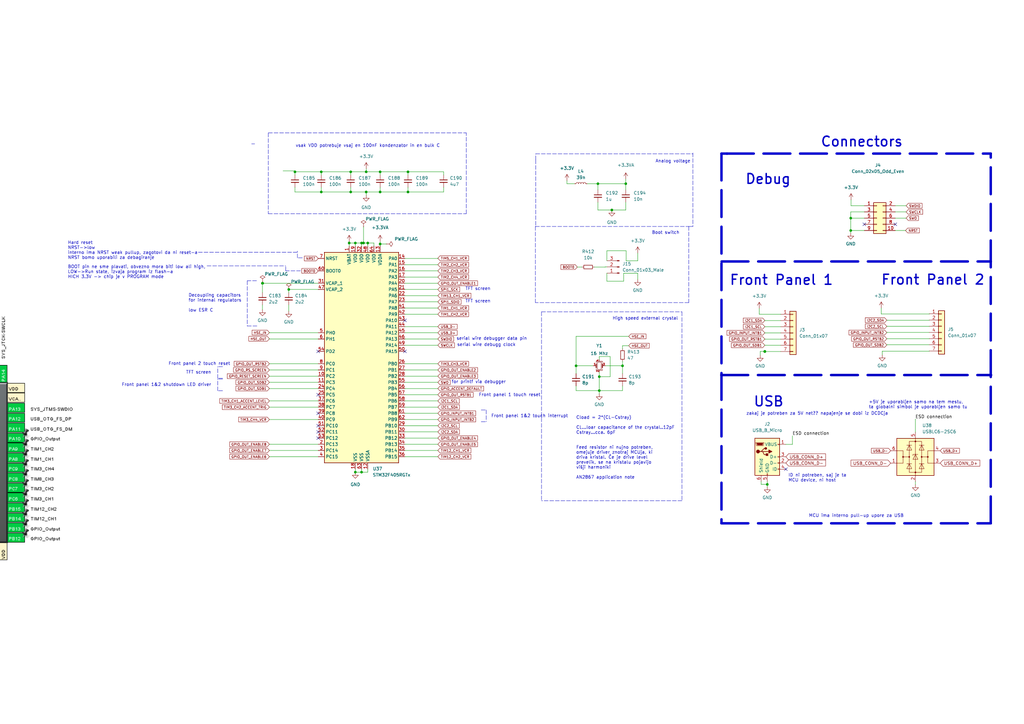
<source format=kicad_sch>
(kicad_sch (version 20211123) (generator eeschema)
  (paper "A3")
  (lib_symbols
    (symbol "Connector:Conn_01x03_Male" (pin_names (offset 1.016) hide)
      (property "Reference" "J" (at 0 5.08 0))
      (property "Value" "Conn_01x03_Male" (at 0 -5.08 0))
      (symbol "Conn_01x03_Male_1_1"
        (pin passive line (at 5.08 2.54 180) (length 3.81) (name "Pin_1") (number "1"))
        (pin passive line (at 5.08 0 180) (length 3.81) (name "Pin_2") (number "2"))
        (pin passive line (at 5.08 -2.54 180) (length 3.81) (name "Pin_3") (number "3"))
      )
    )
    (symbol "Connector:USB_B_Micro" (pin_names (offset 1.016))
      (property "Reference" "J" (at -5.08 11.43 0))
      (property "Value" "USB_B_Micro" (at -5.08 8.89 0))
      (symbol "USB_B_Micro_1_1"
        (pin power_out line (at 7.62 5.08 180) (length 2.54) (name "VBUS") (number "1"))
        (pin bidirectional line (at 7.62 -2.54 180) (length 2.54) (name "D-") (number "2"))
        (pin bidirectional line (at 7.62 0 180) (length 2.54) (name "D+") (number "3"))
        (pin passive line (at 7.62 -5.08 180) (length 2.54) (name "ID") (number "4"))
        (pin power_out line (at 0 -10.16 90) (length 2.54) (name "GND") (number "5"))
        (pin passive line (at -2.54 -10.16 90) (length 2.54) (name "Shield") (number "6"))
      )
    )
    (symbol "Connector_Generic:Conn_01x07" (pin_names (offset 1.016) hide)
      (property "Reference" "J" (at 0 10.16 0))
      (property "Value" "Conn_01x07" (at 0 -10.16 0))
      (symbol "Conn_01x07_1_1"
        (pin passive line (at -5.08 7.62 0) (length 3.81) (name "Pin_1") (number "1"))
        (pin passive line (at -5.08 5.08 0) (length 3.81) (name "Pin_2") (number "2"))
        (pin passive line (at -5.08 2.54 0) (length 3.81) (name "Pin_3") (number "3"))
        (pin passive line (at -5.08 0 0) (length 3.81) (name "Pin_4") (number "4"))
        (pin passive line (at -5.08 -2.54 0) (length 3.81) (name "Pin_5") (number "5"))
        (pin passive line (at -5.08 -5.08 0) (length 3.81) (name "Pin_6") (number "6"))
        (pin passive line (at -5.08 -7.62 0) (length 3.81) (name "Pin_7") (number "7"))
      )
    )
    (symbol "Connector_Generic:Conn_02x05_Odd_Even" (pin_names (offset 1.016) hide)
      (property "Reference" "J" (at 1.27 7.62 0))
      (property "Value" "Conn_02x05_Odd_Even" (at 1.27 -7.62 0))
      (symbol "Conn_02x05_Odd_Even_1_1"
        (pin passive line (at -5.08 5.08 0) (length 3.81) (name "Pin_1") (number "1"))
        (pin passive line (at 7.62 -5.08 180) (length 3.81) (name "Pin_10") (number "10"))
        (pin passive line (at 7.62 5.08 180) (length 3.81) (name "Pin_2") (number "2"))
        (pin passive line (at -5.08 2.54 0) (length 3.81) (name "Pin_3") (number "3"))
        (pin passive line (at 7.62 2.54 180) (length 3.81) (name "Pin_4") (number "4"))
        (pin passive line (at -5.08 0 0) (length 3.81) (name "Pin_5") (number "5"))
        (pin passive line (at 7.62 0 180) (length 3.81) (name "Pin_6") (number "6"))
        (pin passive line (at -5.08 -2.54 0) (length 3.81) (name "Pin_7") (number "7"))
        (pin passive line (at 7.62 -2.54 180) (length 3.81) (name "Pin_8") (number "8"))
        (pin passive line (at -5.08 -5.08 0) (length 3.81) (name "Pin_9") (number "9"))
      )
    )
    (symbol "Device:C_Small" (pin_numbers hide) (pin_names (offset 0.254) hide)
      (property "Reference" "C" (at 0.254 1.778 0))
      (property "Value" "C_Small" (at 0.254 -2.032 0))
      (symbol "C_Small_1_1"
        (pin passive line (at 0 2.54 270) (length 2.032) (name "~") (number "1"))
        (pin passive line (at 0 -2.54 90) (length 2.032) (name "~") (number "2"))
      )
    )
    (symbol "Device:Crystal_GND24_Small" (pin_names (offset 1.016) hide)
      (property "Reference" "Y" (at 1.27 4.445 0))
      (property "Value" "Crystal_GND24_Small" (at 1.27 2.54 0))
      (symbol "Crystal_GND24_Small_1_1"
        (pin passive line (at -2.54 0 0) (length 1.27) (name "1") (number "1"))
        (pin passive line (at 0 -2.54 90) (length 0.635) (name "2") (number "2"))
        (pin passive line (at 2.54 0 180) (length 1.27) (name "3") (number "3"))
        (pin passive line (at 0 2.54 270) (length 0.635) (name "4") (number "4"))
      )
    )
    (symbol "Device:L_Small" (pin_numbers hide) (pin_names (offset 0.254) hide)
      (property "Reference" "L" (at 0.762 1.016 0))
      (property "Value" "L_Small" (at 0.762 -1.016 0))
      (symbol "L_Small_1_1"
        (pin passive line (at 0 2.54 270) (length 0.508) (name "~") (number "1"))
        (pin passive line (at 0 -2.54 90) (length 0.508) (name "~") (number "2"))
      )
    )
    (symbol "Device:R_Small" (pin_numbers hide) (pin_names (offset 0.254) hide)
      (property "Reference" "R" (at 0.762 0.508 0))
      (property "Value" "R_Small" (at 0.762 -1.016 0))
      (symbol "R_Small_1_1"
        (pin passive line (at 0 2.54 270) (length 0.762) (name "~") (number "1"))
        (pin passive line (at 0 -2.54 90) (length 0.762) (name "~") (number "2"))
      )
    )
    (symbol "MCU_ST_STM32F4:STM32F405RGTx"
      (property "Reference" "U" (at -15.24 44.45 0))
      (property "Value" "STM32F405RGTx" (at 10.16 44.45 0))
      (symbol "STM32F405RGTx_1_1"
        (pin power_in line (at -5.08 45.72 270) (length 2.54) (name "VBAT") (number "1"))
        (pin bidirectional line (at -17.78 -7.62 0) (length 2.54) (name "PC2") (number "10"))
        (pin bidirectional line (at -17.78 -10.16 0) (length 2.54) (name "PC3") (number "11"))
        (pin power_in line (at 2.54 -45.72 90) (length 2.54) (name "VSSA") (number "12"))
        (pin power_in line (at 7.62 45.72 270) (length 2.54) (name "VDDA") (number "13"))
        (pin bidirectional line (at 17.78 40.64 180) (length 2.54) (name "PA0") (number "14"))
        (pin bidirectional line (at 17.78 38.1 180) (length 2.54) (name "PA1") (number "15"))
        (pin bidirectional line (at 17.78 35.56 180) (length 2.54) (name "PA2") (number "16"))
        (pin bidirectional line (at 17.78 33.02 180) (length 2.54) (name "PA3") (number "17"))
        (pin power_in line (at -2.54 -45.72 90) (length 2.54) (name "VSS") (number "18"))
        (pin power_in line (at -2.54 45.72 270) (length 2.54) (name "VDD") (number "19"))
        (pin bidirectional line (at -17.78 -35.56 0) (length 2.54) (name "PC13") (number "2"))
        (pin bidirectional line (at 17.78 30.48 180) (length 2.54) (name "PA4") (number "20"))
        (pin bidirectional line (at 17.78 27.94 180) (length 2.54) (name "PA5") (number "21"))
        (pin bidirectional line (at 17.78 25.4 180) (length 2.54) (name "PA6") (number "22"))
        (pin bidirectional line (at 17.78 22.86 180) (length 2.54) (name "PA7") (number "23"))
        (pin bidirectional line (at -17.78 -12.7 0) (length 2.54) (name "PC4") (number "24"))
        (pin bidirectional line (at -17.78 -15.24 0) (length 2.54) (name "PC5") (number "25"))
        (pin bidirectional line (at 17.78 -2.54 180) (length 2.54) (name "PB0") (number "26"))
        (pin bidirectional line (at 17.78 -5.08 180) (length 2.54) (name "PB1") (number "27"))
        (pin bidirectional line (at 17.78 -7.62 180) (length 2.54) (name "PB2") (number "28"))
        (pin bidirectional line (at 17.78 -27.94 180) (length 2.54) (name "PB10") (number "29"))
        (pin bidirectional line (at -17.78 -38.1 0) (length 2.54) (name "PC14") (number "3"))
        (pin bidirectional line (at 17.78 -30.48 180) (length 2.54) (name "PB11") (number "30"))
        (pin power_in line (at -17.78 30.48 0) (length 2.54) (name "VCAP_1") (number "31"))
        (pin power_in line (at 0 45.72 270) (length 2.54) (name "VDD") (number "32"))
        (pin bidirectional line (at 17.78 -33.02 180) (length 2.54) (name "PB12") (number "33"))
        (pin bidirectional line (at 17.78 -35.56 180) (length 2.54) (name "PB13") (number "34"))
        (pin bidirectional line (at 17.78 -38.1 180) (length 2.54) (name "PB14") (number "35"))
        (pin bidirectional line (at 17.78 -40.64 180) (length 2.54) (name "PB15") (number "36"))
        (pin bidirectional line (at -17.78 -17.78 0) (length 2.54) (name "PC6") (number "37"))
        (pin bidirectional line (at -17.78 -20.32 0) (length 2.54) (name "PC7") (number "38"))
        (pin bidirectional line (at -17.78 -22.86 0) (length 2.54) (name "PC8") (number "39"))
        (pin bidirectional line (at -17.78 -40.64 0) (length 2.54) (name "PC15") (number "4"))
        (pin bidirectional line (at -17.78 -25.4 0) (length 2.54) (name "PC9") (number "40"))
        (pin bidirectional line (at 17.78 20.32 180) (length 2.54) (name "PA8") (number "41"))
        (pin bidirectional line (at 17.78 17.78 180) (length 2.54) (name "PA9") (number "42"))
        (pin bidirectional line (at 17.78 15.24 180) (length 2.54) (name "PA10") (number "43"))
        (pin bidirectional line (at 17.78 12.7 180) (length 2.54) (name "PA11") (number "44"))
        (pin bidirectional line (at 17.78 10.16 180) (length 2.54) (name "PA12") (number "45"))
        (pin bidirectional line (at 17.78 7.62 180) (length 2.54) (name "PA13") (number "46"))
        (pin power_in line (at -17.78 27.94 0) (length 2.54) (name "VCAP_2") (number "47"))
        (pin power_in line (at 2.54 45.72 270) (length 2.54) (name "VDD") (number "48"))
        (pin bidirectional line (at 17.78 5.08 180) (length 2.54) (name "PA14") (number "49"))
        (pin input line (at -17.78 10.16 0) (length 2.54) (name "PH0") (number "5"))
        (pin bidirectional line (at 17.78 2.54 180) (length 2.54) (name "PA15") (number "50"))
        (pin bidirectional line (at -17.78 -27.94 0) (length 2.54) (name "PC10") (number "51"))
        (pin bidirectional line (at -17.78 -30.48 0) (length 2.54) (name "PC11") (number "52"))
        (pin bidirectional line (at -17.78 -33.02 0) (length 2.54) (name "PC12") (number "53"))
        (pin bidirectional line (at -17.78 2.54 0) (length 2.54) (name "PD2") (number "54"))
        (pin bidirectional line (at 17.78 -10.16 180) (length 2.54) (name "PB3") (number "55"))
        (pin bidirectional line (at 17.78 -12.7 180) (length 2.54) (name "PB4") (number "56"))
        (pin bidirectional line (at 17.78 -15.24 180) (length 2.54) (name "PB5") (number "57"))
        (pin bidirectional line (at 17.78 -17.78 180) (length 2.54) (name "PB6") (number "58"))
        (pin bidirectional line (at 17.78 -20.32 180) (length 2.54) (name "PB7") (number "59"))
        (pin input line (at -17.78 7.62 0) (length 2.54) (name "PH1") (number "6"))
        (pin input line (at -17.78 35.56 0) (length 2.54) (name "BOOT0") (number "60"))
        (pin bidirectional line (at 17.78 -22.86 180) (length 2.54) (name "PB8") (number "61"))
        (pin bidirectional line (at 17.78 -25.4 180) (length 2.54) (name "PB9") (number "62"))
        (pin power_in line (at 0 -45.72 90) (length 2.54) (name "VSS") (number "63"))
        (pin power_in line (at 5.08 45.72 270) (length 2.54) (name "VDD") (number "64"))
        (pin input line (at -17.78 40.64 0) (length 2.54) (name "NRST") (number "7"))
        (pin bidirectional line (at -17.78 -2.54 0) (length 2.54) (name "PC0") (number "8"))
        (pin bidirectional line (at -17.78 -5.08 0) (length 2.54) (name "PC1") (number "9"))
      )
    )
    (symbol "Power_Protection:USBLC6-2SC6" (pin_names hide)
      (property "Reference" "U" (at 2.54 8.89 0))
      (property "Value" "USBLC6-2SC6" (at 2.54 -8.89 0))
      (symbol "USBLC6-2SC6_1_1"
        (pin passive line (at -10.16 -2.54 0) (length 2.54) (name "I/O1") (number "1"))
        (pin passive line (at 0 -10.16 90) (length 2.54) (name "GND") (number "2"))
        (pin passive line (at 10.16 -2.54 180) (length 2.54) (name "I/O2") (number "3"))
        (pin passive line (at 10.16 2.54 180) (length 2.54) (name "I/O2") (number "4"))
        (pin passive line (at 0 10.16 270) (length 2.54) (name "VBUS") (number "5"))
        (pin passive line (at -10.16 2.54 0) (length 2.54) (name "I/O1") (number "6"))
      )
    )
    (symbol "power:+3.3V" (power) (pin_names (offset 0))
      (property "Value" "+3.3V" (at 0 3.556 0))
      (symbol "+3.3V_1_1"
        (pin power_in line (at 0 0 90) (length 0) hide (name "+3.3V") (number "1"))
      )
    )
    (symbol "power:+3.3VA" (power) (pin_names (offset 0))
      (property "Value" "+3.3VA" (at 0 3.556 0))
      (symbol "+3.3VA_1_1"
        (pin power_in line (at 0 0 90) (length 0) hide (name "+3.3VA") (number "1"))
      )
    )
    (symbol "power:GND" (power) (pin_names (offset 0))
      (property "Value" "GND" (at 0 -3.81 0))
      (symbol "GND_1_1"
        (pin power_in line (at 0 0 270) (length 0) hide (name "GND") (number "1"))
      )
    )
    (symbol "power:PWR_FLAG" (power) (pin_numbers hide) (pin_names (offset 0) hide)
      (property "Value" "PWR_FLAG" (at 0 3.81 0))
      (symbol "PWR_FLAG_0_0"
        (pin power_out line (at 0 0 90) (length 0) (name "pwr") (number "1"))
      )
    )
  )
  (junction (at 314.706 198.6743))
  (junction (at 150.8252 99.6696))
  (junction (at 245.7958 154.4828))
  (junction (at 236.2708 150.0378))
  (junction (at 131.7752 70.485))
  (junction (at 118.4402 118.7196))
  (junction (at 143.8402 78.74))
  (junction (at 155.9052 70.485))
  (junction (at 107.6452 116.1796))
  (junction (at 148.2852 193.6496))
  (junction (at 145.7452 193.6496))
  (junction (at 167.3352 78.74))
  (junction (at 148.2852 99.6696))
  (junction (at 150.1902 78.74))
  (junction (at 143.8402 70.485))
  (junction (at 131.7752 78.74))
  (junction (at 255.3208 150.0378))
  (junction (at 143.2052 99.6696))
  (junction (at 149.098 99.6696))
  (junction (at 155.9052 100.076))
  (junction (at 155.9052 78.74))
  (junction (at 313.69 144.1704))
  (junction (at 348.9198 89.4588))
  (junction (at 313.69 144.145))
  (junction (at 120.9802 70.485))
  (junction (at 256.667 75.3364))
  (junction (at 245.237 75.3364))
  (junction (at 348.9198 94.5388))
  (junction (at 167.3352 70.485))
  (junction (at 150.1902 70.485))
  (junction (at 145.7452 99.6696))
  (junction (at 107.696 116.1796))
  (junction (at 245.7958 160.1978))
  (junction (at 250.952 86.1314))
  (no_connect (at 130.5052 169.5196))
  (no_connect (at 130.5052 161.8996))
  (no_connect (at 367.2078 91.9988))
  (no_connect (at 166.0652 131.4196))
  (no_connect (at 322.326 192.4304))
  (no_connect (at 130.5052 174.5996))
  (no_connect (at 130.5052 144.1196))
  (no_connect (at 130.5052 177.1396))
  (no_connect (at 354.5078 91.9988))
  (no_connect (at 166.0652 144.1196))
  (no_connect (at 130.5052 179.6796))
  (polyline (pts (xy 110.0836 54.5084) (xy 191.262 54.5084)))
  (wire (pts (xy 255.3208 148.1328) (xy 255.3208 150.0378)))
  (wire (pts (xy 149.098 92.964) (xy 149.098 99.6696)))
  (wire (pts (xy 236.7788 109.5248) (xy 238.6838 109.5248)))
  (wire (pts (xy 107.696 115.57) (xy 107.696 116.1796)))
  (wire (pts (xy 167.3352 76.835) (xy 167.3352 78.74)))
  (wire (pts (xy 245.237 77.8764) (xy 245.237 75.3364)))
  (polyline (pts (xy 406.3492 214.63) (xy 406.3492 62.992)) (stroke (width 1) (type dash)))
  (wire (pts (xy 110.49 156.8196) (xy 130.5052 156.8196)))
  (wire (pts (xy 166.0652 154.2796) (xy 179.578 154.2796)))
  (wire (pts (xy 313.69 131.4704) (xy 313.69 131.445)))
  (wire (pts (xy 110.49 136.4996) (xy 130.5052 136.4996)))
  (wire (pts (xy 313.69 141.6304) (xy 320.167 141.6304)))
  (wire (pts (xy 313.69 134.0104) (xy 313.69 133.985)))
  (wire (pts (xy 107.6452 125.0696) (xy 107.6452 126.9746)))
  (wire (pts (xy 166.0652 169.5196) (xy 179.578 169.5196)))
  (wire (pts (xy 240.792 75.3364) (xy 245.237 75.3364)))
  (wire (pts (xy 166.0652 151.7396) (xy 179.578 151.7396)))
  (polyline (pts (xy 197.358 168.148) (xy 199.39 168.148)))
  (wire (pts (xy 166.0652 118.7196) (xy 179.578 118.7196)))
  (polyline (pts (xy 219.7608 92.8878) (xy 219.71 92.8878)))
  (polyline (pts (xy 89.281 155.194) (xy 89.281 150.368)))
  (polyline (pts (xy 222.0976 127.9144) (xy 222.0976 205.4098)))
  (wire (pts (xy 166.0652 126.3396) (xy 179.578 126.3396)))
  (wire (pts (xy 363.728 136.3472) (xy 363.728 136.398)))
  (wire (pts (xy 256.794 106.9848) (xy 256.794 102.87)))
  (wire (pts (xy 158.496 100.076) (xy 155.9052 100.076)))
  (wire (pts (xy 166.0652 182.2196) (xy 179.578 182.2196)))
  (wire (pts (xy 166.0652 179.6796) (xy 179.578 179.6796)))
  (wire (pts (xy 375.4628 171.958) (xy 375.4628 177.2412)))
  (polyline (pts (xy 298.1452 62.992) (xy 406.3492 62.992)) (stroke (width 1) (type dash)))
  (wire (pts (xy 110.49 149.1996) (xy 130.5052 149.1996)))
  (wire (pts (xy 313.69 131.4704) (xy 320.167 131.4704)))
  (wire (pts (xy 166.0652 166.9796) (xy 179.578 166.9796)))
  (wire (pts (xy 367.2078 84.3788) (xy 371.6528 84.3788)))
  (polyline (pts (xy 219.7608 65.5574) (xy 219.7608 92.8878)))
  (polyline (pts (xy 103.2002 59.0296) (xy 104.4702 59.0296)))
  (wire (pts (xy 131.7752 78.74) (xy 120.9802 78.74)))
  (wire (pts (xy 110.49 166.9796) (xy 130.5052 166.9796)))
  (wire (pts (xy 120.9802 76.835) (xy 120.9802 78.74)))
  (wire (pts (xy 143.2052 99.0346) (xy 143.2052 99.6696)))
  (polyline (pts (xy 91.313 155.194) (xy 89.281 155.194)))
  (wire (pts (xy 150.8252 192.3796) (xy 150.8252 193.6496)))
  (wire (pts (xy 312.166 197.5104) (xy 312.166 198.6743)))
  (polyline (pts (xy 110.0582 87.6554) (xy 191.262 87.6554)))
  (wire (pts (xy 248.92 109.474) (xy 248.2088 109.474)))
  (wire (pts (xy 148.2852 193.6496) (xy 145.7452 193.6496)))
  (wire (pts (xy 107.6452 116.1796) (xy 107.6452 119.9896)))
  (wire (pts (xy 255.3208 141.7828) (xy 257.8608 141.7828)))
  (wire (pts (xy 232.537 74.0664) (xy 232.537 75.3364)))
  (wire (pts (xy 256.667 77.8764) (xy 256.667 75.3364)))
  (wire (pts (xy 361.442 126.365) (xy 361.442 128.778)))
  (wire (pts (xy 148.2852 99.6696) (xy 148.2852 100.9396)))
  (wire (pts (xy 245.7958 152.5778) (xy 245.7958 154.4828)))
  (wire (pts (xy 367.2078 86.9188) (xy 371.6528 86.9188)))
  (wire (pts (xy 148.2852 193.6496) (xy 150.8252 193.6496)))
  (polyline (pts (xy 219.71 63.119) (xy 284.2006 63.119)))
  (wire (pts (xy 248.2088 109.474) (xy 248.2088 109.5248)))
  (wire (pts (xy 150.1902 69.215) (xy 150.1902 70.485)))
  (wire (pts (xy 166.0652 187.2996) (xy 179.578 187.2996)))
  (wire (pts (xy 363.728 141.4272) (xy 381.1016 141.4272)))
  (wire (pts (xy 320.167 128.905) (xy 320.167 128.9304)))
  (polyline (pts (xy 282.5242 124.1044) (xy 219.6084 124.1044)))
  (wire (pts (xy 155.9052 99.0346) (xy 155.9052 100.076)))
  (polyline (pts (xy 101.4222 115.1636) (xy 101.4222 133.7056)))
  (wire (pts (xy 322.326 182.2704) (xy 325.0184 182.2704)))
  (polyline (pts (xy 89.281 160.274) (xy 89.281 155.448)))
  (wire (pts (xy 110.49 139.0396) (xy 110.49 138.938)))
  (polyline (pts (xy 406.5016 153.7208) (xy 406.5016 153.6192)))
  (wire (pts (xy 166.0652 184.7596) (xy 179.578 184.7596)))
  (wire (pts (xy 313.69 134.0104) (xy 320.167 134.0104)))
  (wire (pts (xy 150.1902 78.74) (xy 150.1902 80.01)))
  (wire (pts (xy 110.49 154.2796) (xy 130.5052 154.2796)))
  (polyline (pts (xy 284.2006 92.8878) (xy 282.5242 92.8878)))
  (wire (pts (xy 110.49 172.0596) (xy 130.5052 172.0596)))
  (wire (pts (xy 313.69 139.0904) (xy 313.69 139.065)))
  (wire (pts (xy 314.706 198.6743) (xy 314.706 199.644)))
  (wire (pts (xy 363.728 138.938) (xy 381.1016 138.938)))
  (polyline (pts (xy 279.7048 127.9144) (xy 279.7048 205.4098)))
  (wire (pts (xy 313.69 136.5504) (xy 320.167 136.5504)))
  (wire (pts (xy 256.667 86.1314) (xy 256.667 82.9564)))
  (polyline (pts (xy 121.9962 105.7656) (xy 121.9962 102.9716)))
  (wire (pts (xy 148.2852 192.3796) (xy 148.2852 193.6496)))
  (wire (pts (xy 256.667 75.3364) (xy 245.237 75.3364)))
  (wire (pts (xy 250.952 86.1314) (xy 256.667 86.1314)))
  (polyline (pts (xy 282.5242 92.8878) (xy 282.5242 124.1044)))
  (wire (pts (xy 179.578 106.0196) (xy 179.578 105.918)))
  (wire (pts (xy 166.0652 113.6396) (xy 179.578 113.6396)))
  (wire (pts (xy 256.794 106.9848) (xy 261.5438 106.9848)))
  (wire (pts (xy 348.9198 94.5388) (xy 348.9198 95.5548)))
  (polyline (pts (xy 279.7048 205.4098) (xy 222.0976 205.4098)))
  (wire (pts (xy 248.92 102.87) (xy 248.92 106.934)))
  (wire (pts (xy 363.728 133.858) (xy 381.1016 133.858)))
  (polyline (pts (xy 298.196 62.992) (xy 295.91 62.992)) (stroke (width 1) (type dash)))
  (wire (pts (xy 236.2708 150.0378) (xy 236.2708 153.2128)))
  (wire (pts (xy 348.9198 89.4588) (xy 354.5078 89.4588)))
  (wire (pts (xy 166.0652 128.8796) (xy 179.578 128.8796)))
  (wire (pts (xy 150.8252 99.6696) (xy 150.8252 100.9396)))
  (wire (pts (xy 148.2852 99.6696) (xy 149.098 99.6696)))
  (wire (pts (xy 150.1902 70.485) (xy 155.9052 70.485)))
  (wire (pts (xy 150.8252 99.6696) (xy 153.3652 99.6696)))
  (polyline (pts (xy 406.4 107.2388) (xy 406.4 107.1372)))
  (polyline (pts (xy 406.5016 153.6192) (xy 406.2476 153.6192)))
  (polyline (pts (xy 91.313 150.368) (xy 89.281 150.368)))
  (wire (pts (xy 107.6452 116.1796) (xy 107.696 116.1796)))
  (wire (pts (xy 166.0652 141.5796) (xy 179.578 141.5796)))
  (wire (pts (xy 149.098 99.6696) (xy 150.8252 99.6696)))
  (wire (pts (xy 313.69 144.1704) (xy 313.69 144.145)))
  (wire (pts (xy 143.8402 78.74) (xy 131.7752 78.74)))
  (polyline (pts (xy 124.0282 105.7656) (xy 121.9962 105.7656)))
  (wire (pts (xy 155.9052 70.485) (xy 155.9052 71.755)))
  (wire (pts (xy 256.667 73.4314) (xy 256.667 75.3364)))
  (wire (pts (xy 181.9402 70.485) (xy 181.9402 71.755)))
  (wire (pts (xy 110.49 182.2196) (xy 130.5052 182.2196)))
  (wire (pts (xy 248.92 115.316) (xy 248.92 112.014)))
  (wire (pts (xy 166.0652 172.0596) (xy 179.578 172.0596)))
  (polyline (pts (xy 105.2322 115.1636) (xy 101.4222 115.1636)))
  (wire (pts (xy 367.2078 94.5388) (xy 371.3988 94.5388)))
  (wire (pts (xy 167.3352 70.485) (xy 181.9402 70.485)))
  (polyline (pts (xy 101.4222 133.7056) (xy 105.7402 133.7056)))
  (wire (pts (xy 110.49 187.2996) (xy 130.5052 187.2996)))
  (wire (pts (xy 131.7752 70.485) (xy 131.7752 71.755)))
  (wire (pts (xy 166.0652 139.0396) (xy 179.578 139.0396)))
  (wire (pts (xy 261.5438 112.0648) (xy 261.5438 114.6048)))
  (wire (pts (xy 363.728 141.4272) (xy 363.728 141.478)))
  (wire (pts (xy 130.5052 118.7196) (xy 118.4402 118.7196)))
  (wire (pts (xy 166.0652 159.3596) (xy 179.578 159.3596)))
  (wire (pts (xy 243.2558 150.0378) (xy 236.2708 150.0378)))
  (wire (pts (xy 367.2078 89.4588) (xy 371.6528 89.4588)))
  (wire (pts (xy 167.3352 70.485) (xy 167.3352 71.755)))
  (wire (pts (xy 145.7452 192.3796) (xy 145.7452 193.6496)))
  (wire (pts (xy 145.7452 99.6696) (xy 148.2852 99.6696)))
  (wire (pts (xy 375.4628 197.5612) (xy 375.4628 198.7296)))
  (wire (pts (xy 349.0468 81.9658) (xy 349.0468 84.3788)))
  (wire (pts (xy 375.4628 171.958) (xy 375.412 171.958)))
  (polyline (pts (xy 219.71 65.5574) (xy 219.71 63.119)))
  (wire (pts (xy 361.442 128.778) (xy 381.1016 128.778)))
  (wire (pts (xy 363.728 136.3472) (xy 381.1016 136.3472)))
  (polyline (pts (xy 117.1702 111.0996) (xy 117.1702 109.0676)))
  (wire (pts (xy 143.8402 76.835) (xy 143.8402 78.74)))
  (wire (pts (xy 311.785 145.669) (xy 311.785 144.145)))
  (wire (pts (xy 313.69 136.5504) (xy 313.69 136.525)))
  (wire (pts (xy 248.3358 150.0378) (xy 255.3208 150.0378)))
  (polyline (pts (xy 84.9122 109.0676) (xy 117.1702 109.0676)))
  (wire (pts (xy 166.0652 116.1796) (xy 179.578 116.1796)))
  (wire (pts (xy 110.49 184.7596) (xy 130.5052 184.7596)))
  (wire (pts (xy 255.778 112.0648) (xy 261.5438 112.0648)))
  (wire (pts (xy 118.4402 125.0696) (xy 118.4402 127.6096)))
  (wire (pts (xy 166.0652 106.0196) (xy 179.578 106.0196)))
  (wire (pts (xy 348.9198 86.9188) (xy 348.9198 89.4588)))
  (wire (pts (xy 255.3208 143.0528) (xy 255.3208 141.7828)))
  (wire (pts (xy 349.0468 84.3788) (xy 354.5078 84.3788)))
  (wire (pts (xy 255.778 115.316) (xy 248.92 115.316)))
  (wire (pts (xy 120.9802 70.104) (xy 120.9802 70.485)))
  (wire (pts (xy 311.404 126.492) (xy 311.404 128.905)))
  (wire (pts (xy 245.237 82.9564) (xy 245.237 86.1314)))
  (wire (pts (xy 118.4402 118.7196) (xy 118.4402 119.9896)))
  (wire (pts (xy 166.0652 108.5596) (xy 179.578 108.5596)))
  (wire (pts (xy 166.0652 177.1396) (xy 179.578 177.1396)))
  (wire (pts (xy 166.0652 149.1996) (xy 179.578 149.1996)))
  (wire (pts (xy 155.9052 78.74) (xy 150.1902 78.74)))
  (wire (pts (xy 245.7958 154.4828) (xy 245.7958 160.1978)))
  (wire (pts (xy 236.2708 160.1978) (xy 245.7958 160.1978)))
  (polyline (pts (xy 406.5016 153.8224) (xy 406.5016 153.7208)))
  (polyline (pts (xy 222.0976 127.9144) (xy 279.7048 127.9144)))
  (wire (pts (xy 155.9052 70.485) (xy 167.3352 70.485)))
  (polyline (pts (xy 91.313 155.448) (xy 89.281 155.448)))
  (wire (pts (xy 181.9402 78.74) (xy 167.3352 78.74)))
  (polyline (pts (xy 295.8592 153.8224) (xy 406.5016 153.8224)) (stroke (width 1)))
  (wire (pts (xy 361.823 145.542) (xy 361.823 144.018)))
  (wire (pts (xy 381.1016 144.018) (xy 381.1016 143.9672)))
  (polyline (pts (xy 110.0582 54.5338) (xy 110.0582 87.6554)))
  (wire (pts (xy 381.1016 128.778) (xy 381.1016 128.7272)))
  (wire (pts (xy 348.9198 94.5388) (xy 354.5078 94.5388)))
  (wire (pts (xy 381.1016 131.318) (xy 381.1016 131.2672)))
  (wire (pts (xy 256.794 102.87) (xy 248.92 102.87)))
  (wire (pts (xy 167.3352 78.74) (xy 155.9052 78.74)))
  (polyline (pts (xy 295.91 214.63) (xy 406.3492 214.63)) (stroke (width 1) (type dash)))
  (wire (pts (xy 110.49 136.4996) (xy 110.49 136.398)))
  (wire (pts (xy 348.9198 94.5388) (xy 348.9198 89.4588)))
  (polyline (pts (xy 295.91 62.992) (xy 295.91 214.63)) (stroke (width 1) (type dash)))
  (wire (pts (xy 325.0184 182.2704) (xy 325.0184 178.7652)))
  (wire (pts (xy 245.237 86.1314) (xy 250.952 86.1314)))
  (wire (pts (xy 354.5078 86.9188) (xy 348.9198 86.9188)))
  (polyline (pts (xy 81.3562 103.4796) (xy 121.9962 103.4796)))
  (wire (pts (xy 120.9802 70.485) (xy 120.9802 71.755)))
  (wire (pts (xy 143.2052 99.6696) (xy 143.2052 100.9396)))
  (wire (pts (xy 245.7958 146.2278) (xy 250.2408 146.2278)))
  (wire (pts (xy 131.7752 76.835) (xy 131.7752 78.74)))
  (polyline (pts (xy 284.2006 62.7126) (xy 284.2006 92.8878)))
  (wire (pts (xy 236.2708 150.0378) (xy 236.2708 137.9728)))
  (wire (pts (xy 243.7638 109.5248) (xy 248.2088 109.5248)))
  (wire (pts (xy 245.7958 160.1978) (xy 245.7958 161.4678)))
  (wire (pts (xy 311.404 128.905) (xy 320.167 128.905)))
  (wire (pts (xy 145.7452 99.6696) (xy 145.7452 100.9396)))
  (polyline (pts (xy 295.9608 107.2388) (xy 406.4 107.2388)) (stroke (width 1)))
  (wire (pts (xy 261.5438 103.8098) (xy 261.5438 106.9848)))
  (wire (pts (xy 363.728 131.318) (xy 381.1016 131.318)))
  (wire (pts (xy 107.696 116.1796) (xy 130.5052 116.1796)))
  (wire (pts (xy 250.2408 146.2278) (xy 250.2408 154.4828)))
  (wire (pts (xy 181.9402 76.835) (xy 181.9402 78.74)))
  (wire (pts (xy 166.0652 164.4396) (xy 179.578 164.4396)))
  (wire (pts (xy 166.0652 133.9596) (xy 179.578 133.9596)))
  (wire (pts (xy 381.1016 138.938) (xy 381.1016 138.8872)))
  (wire (pts (xy 155.9052 100.076) (xy 155.9052 100.9396)))
  (wire (pts (xy 166.0652 136.4996) (xy 179.578 136.4996)))
  (wire (pts (xy 250.2408 154.4828) (xy 245.7958 154.4828)))
  (wire (pts (xy 150.1902 78.74) (xy 143.8402 78.74)))
  (wire (pts (xy 166.0652 174.5996) (xy 179.578 174.5996)))
  (wire (pts (xy 313.69 139.0904) (xy 320.167 139.0904)))
  (wire (pts (xy 313.69 144.1704) (xy 320.167 144.1704)))
  (wire (pts (xy 143.8402 70.485) (xy 131.7752 70.485)))
  (polyline (pts (xy 219.6084 92.8624) (xy 219.6084 124.1044)))
  (wire (pts (xy 166.0652 111.0996) (xy 179.578 111.0996)))
  (wire (pts (xy 361.823 144.018) (xy 381.1016 144.018)))
  (wire (pts (xy 314.706 197.5104) (xy 314.706 198.6743)))
  (wire (pts (xy 110.49 151.7396) (xy 130.5052 151.7396)))
  (wire (pts (xy 153.3652 99.6696) (xy 153.3652 100.9396)))
  (wire (pts (xy 255.3208 153.2128) (xy 255.3208 150.0378)))
  (wire (pts (xy 313.69 141.6304) (xy 313.69 141.605)))
  (wire (pts (xy 236.2708 137.9728) (xy 257.8608 137.9728)))
  (wire (pts (xy 166.0652 161.8996) (xy 179.578 161.8996)))
  (polyline (pts (xy 219.583 92.8878) (xy 282.5242 92.8878)))
  (wire (pts (xy 116.078 70.104) (xy 120.9802 70.104)))
  (wire (pts (xy 110.49 164.4396) (xy 130.5052 164.4396)))
  (wire (pts (xy 255.778 112.0648) (xy 255.778 115.316)))
  (polyline (pts (xy 191.262 87.6554) (xy 191.262 54.5084)))
  (polyline (pts (xy 91.313 160.274) (xy 89.281 160.274)))
  (wire (pts (xy 150.1902 70.485) (xy 143.8402 70.485)))
  (wire (pts (xy 166.0652 123.7996) (xy 179.578 123.7996)))
  (wire (pts (xy 255.3208 160.1978) (xy 255.3208 158.2928)))
  (wire (pts (xy 311.785 144.145) (xy 313.69 144.145)))
  (polyline (pts (xy 199.39 168.148) (xy 199.39 172.974)))
  (wire (pts (xy 236.2708 158.2928) (xy 236.2708 160.1978)))
  (wire (pts (xy 143.2052 99.6696) (xy 145.7452 99.6696)))
  (wire (pts (xy 110.49 159.3596) (xy 130.5052 159.3596)))
  (wire (pts (xy 245.7958 160.1978) (xy 255.3208 160.1978)))
  (wire (pts (xy 245.7958 147.4978) (xy 245.7958 146.2278)))
  (wire (pts (xy 143.8402 70.485) (xy 143.8402 71.755)))
  (wire (pts (xy 110.49 139.0396) (xy 130.5052 139.0396)))
  (wire (pts (xy 155.9052 76.835) (xy 155.9052 78.74)))
  (wire (pts (xy 381.1016 133.858) (xy 381.1016 133.8072)))
  (polyline (pts (xy 197.358 172.974) (xy 199.39 172.974)))
  (polyline (pts (xy 123.2662 111.0996) (xy 117.1702 111.0996)))
  (wire (pts (xy 166.0652 156.8196) (xy 179.578 156.8196)))
  (wire (pts (xy 131.7752 70.485) (xy 120.9802 70.485)))
  (wire (pts (xy 232.537 75.3364) (xy 235.712 75.3364)))
  (wire (pts (xy 166.0652 121.2596) (xy 179.578 121.2596)))
  (wire (pts (xy 312.166 198.6743) (xy 314.706 198.6743)))
  (image (at -28.194 185.166) (scale 2.23963))
  (text "TFT screen\n" (at 190.8048 124.3584 0) (effects (font (size 1.27 1.27)) (justify left bottom)))
  (text "Analog voltage\n" (at 268.8082 66.929 0) (effects (font (size 1.27 1.27)) (justify left bottom)))
  (text "serial wire debugg clock" (at 187.452 142.24 0) (effects (font (size 1.27 1.27)) (justify left bottom)))
  (text "ID ni potreben, saj je ta \nMCU device, ni host\n" (at 323.2912 197.8152 0) (effects (font (size 1.27 1.27)) (justify left bottom)))
  (text "Front panel 1&2 touch interrupt" (at 201.422 171.45 0) (effects (font (size 1.27 1.27)) (justify left bottom)))
  (text "Front panel 2 touch reset\n" (at 69.088 149.987 0) (effects (font (size 1.27 1.27)) (justify left bottom)))
  (text "MCU ima interno pull-up upore za USB\n" (at 331.724 212.344 0) (effects (font (size 1.27 1.27)) (justify left bottom)))
  (text "High speed external crystal\n" (at 251.206 131.4196 0) (effects (font (size 1.27 1.27)) (justify left bottom)))
  (text "Decoupling capacitors\nfor internal regulators\n\nlow ESR C" (at 77.2922 128.1176 0) (effects (font (size 1.27 1.27)) (justify left bottom)))
  (text "Front panel 1 touch reset\n" (at 196.342 162.814 0) (effects (font (size 1.27 1.27)) (justify left bottom)))
  (text "BOOT pin ne sme plavati, obvezno mora biti low ali high,\nLOW->Run state, izvaja program iz flash-a\nHICH 3.3V -> chip je v PROGRAM mode " (at 27.7622 114.4016 0) (effects (font (size 1.27 1.27)) (justify left bottom)))
  (text "Front Panel 1" (at 299.0596 117.348 0) (effects (font (size 4 4) (thickness 0.6) bold) (justify left bottom)))
  (text "+5V je uporabljen samo na tem mestu,\nta globalni simbol je uporabljen samo tu\n		" (at 356.3112 169.8244 0) (effects (font (size 1.27 1.27)) (justify left bottom)))
  (text "Front panel 1&2 shutdown LED driver" (at 86.6648 158.6484 180) (effects (font (size 1.27 1.27)) (justify right bottom)))
  (text "TFT screen\n" (at 190.8048 119.2784 0) (effects (font (size 1.27 1.27)) (justify left bottom)))
  (text "USB\n" (at 308.864 167.2082 0) (effects (font (size 4 4) (thickness 0.6) bold) (justify left bottom)))
  (text "Connectors\n" (at 336.3976 60.6044 0) (effects (font (size 4 4) (thickness 0.6) bold) (justify left bottom)))
  (text "zakaj je potreben za 5V net?? napajenje se dobi iz DCDCja" (at 306.07 170.434 0) (effects (font (size 1.27 1.27)) (justify left bottom)))
  (text "Front Panel 2\n" (at 361.188 117.2464 0) (effects (font (size 4 4) (thickness 0.6) bold) (justify left bottom)))
  (text "Hard reset\nNRST->low \ninterno ima NRST weak pullup, zagotovi da ni reset-a\nNRST bomo uporabili za debagiranje " (at 27.7622 106.5276 0) (effects (font (size 1.27 1.27)) (justify left bottom)))
  (text "Boot switch\n" (at 267.3096 96.2406 0) (effects (font (size 1.27 1.27)) (justify left bottom)))
  (text "TFT screen" (at 86.6648 153.5684 180) (effects (font (size 1.27 1.27)) (justify right bottom)))
  (text "Cload = 2*(CL-Cstray)\n\nCL...loar capacitance of the crystal..12pF\nCstray...cca. 6pF\n\n\nFeed resistor ni nujno potreben, \nomejuje driver znotraj MCUja, ki \ndriva kristal. Če je drive level \nprevelik, se na kristalu pojavijo \nvišji harmoniki\n\nAN2867 application note\n" (at 236.2708 196.6468 0) (effects (font (size 1.27 1.27)) (justify left bottom)))
  (text "serial wire debugger data pin\n" (at 187.198 139.7 0) (effects (font (size 1.27 1.27)) (justify left bottom)))
  (text "Debug\n" (at 305.4858 75.946 0) (effects (font (size 4 4) (thickness 0.6) bold) (justify left bottom)))
  (text "vsak VDD potrebuje vsaj en 100nF kondenzator in en bulk C" (at 121.2342 60.579 0) (effects (font (size 1.27 1.27)) (justify left bottom)))
  (text "for printf via debugger\n" (at 185.166 157.48 0) (effects (font (size 1.27 1.27)) (justify left bottom)))
  (label "ESD connection" (at 325.0184 178.7652 0))
  (label "ESD connection" (at 375.412 171.958 0))
  (global_label "USB_CONN_D+" (shape input) (at 322.326 187.3504 0) (property "Intersheet References" "${INTERSHEET_REFS}" (effects hide)))
  (global_label "GPIO_OUT_SDB1" (shape input) (at 313.69 141.605 180) (effects (font (size 1 1))) (property "Intersheet References" "${INTERSHEET_REFS}" (effects hide)))
  (global_label "GPIO_OUT_RSTB2" (shape input) (at 363.728 138.938 180) (effects (font (size 1 1))) (property "Intersheet References" "${INTERSHEET_REFS}" (effects hide)))
  (global_label "SWO" (shape input) (at 371.6528 89.4588 0) (effects (font (size 1 1))) (property "Intersheet References" "${INTERSHEET_REFS}" (effects hide)))
  (global_label "TIM12_CH2_VCR" (shape input) (at 179.578 187.2996 0) (effects (font (size 1 1))) (property "Intersheet References" "${INTERSHEET_REFS}" (effects hide)))
  (global_label "NRST" (shape input) (at 130.5052 106.0196 180) (effects (font (size 1 1))) (property "Intersheet References" "${INTERSHEET_REFS}" (effects hide)))
  (global_label "I2C2_SCL" (shape input) (at 179.578 174.5996 0) (effects (font (size 1 1))) (property "Intersheet References" "${INTERSHEET_REFS}" (effects hide)))
  (global_label "I2C1_SCL" (shape input) (at 179.578 164.4396 0) (effects (font (size 1 1))) (property "Intersheet References" "${INTERSHEET_REFS}" (effects hide)))
  (global_label "GPIO_OUT_RSTB2" (shape input) (at 110.49 149.1996 180) (effects (font (size 1 1))) (property "Intersheet References" "${INTERSHEET_REFS}" (effects hide)))
  (global_label "SWCLK" (shape input) (at 371.6528 86.9188 0) (effects (font (size 1 1))) (property "Intersheet References" "${INTERSHEET_REFS}" (effects hide)))
  (global_label "I2C2_SDA" (shape input) (at 363.728 131.318 180) (effects (font (size 1 1))) (property "Intersheet References" "${INTERSHEET_REFS}" (effects hide)))
  (global_label "TIM3_CH3_VCR" (shape input) (at 179.578 149.1996 0) (effects (font (size 1 1))) (property "Intersheet References" "${INTERSHEET_REFS}" (effects hide)))
  (global_label "GPIO_INPUT_INTB1" (shape input) (at 179.578 169.5196 0) (effects (font (size 1 1))) (property "Intersheet References" "${INTERSHEET_REFS}" (effects hide)))
  (global_label "GPIO_OUT_ENABLE4" (shape input) (at 179.578 179.6796 0) (effects (font (size 1 1))) (property "Intersheet References" "${INTERSHEET_REFS}" (effects hide)))
  (global_label "I2C2_SDA" (shape input) (at 179.578 177.1396 0) (effects (font (size 1 1))) (property "Intersheet References" "${INTERSHEET_REFS}" (effects hide)))
  (global_label "SWCLK" (shape input) (at 179.578 141.5796 0) (effects (font (size 1 1))) (property "Intersheet References" "${INTERSHEET_REFS}" (effects hide)))
  (global_label "SWO" (shape input) (at 179.578 156.8196 0) (effects (font (size 1 1))) (property "Intersheet References" "${INTERSHEET_REFS}" (effects hide)))
  (global_label "GPIO_OUT_ENABLE1" (shape input) (at 179.578 116.1796 0) (effects (font (size 1 1))) (property "Intersheet References" "${INTERSHEET_REFS}" (effects hide)))
  (global_label "GPIO_INPUT_INTB2" (shape input) (at 179.578 172.0596 0) (effects (font (size 1 1))) (property "Intersheet References" "${INTERSHEET_REFS}" (effects hide)))
  (global_label "GPIO_OUT_RSTB1" (shape input) (at 313.69 139.065 180) (effects (font (size 1 1))) (property "Intersheet References" "${INTERSHEET_REFS}" (effects hide)))
  (global_label "GPIO_INPUT_INTB1" (shape input) (at 313.69 136.525 180) (effects (font (size 1 1))) (property "Intersheet References" "${INTERSHEET_REFS}" (effects hide)))
  (global_label "GPIO_INPUT_INTB2" (shape input) (at 363.728 136.398 180) (effects (font (size 1 1))) (property "Intersheet References" "${INTERSHEET_REFS}" (effects hide)))
  (global_label "USB_D+" (shape input) (at 179.578 136.4996 0) (effects (font (size 1 1))) (property "Intersheet References" "${INTERSHEET_REFS}" (effects hide)))
  (global_label "GPIO_RS_SCREEN" (shape input) (at 110.49 151.7396 180) (effects (font (size 1 1))) (property "Intersheet References" "${INTERSHEET_REFS}" (effects hide)))
  (global_label "SPI1_SDIO" (shape input) (at 179.578 123.7996 0) (effects (font (size 1 1))) (property "Intersheet References" "${INTERSHEET_REFS}" (effects hide)))
  (global_label "TIM3_CH2_ACCENT_TRIG" (shape input) (at 110.49 166.9796 180) (effects (font (size 1 1))) (property "Intersheet References" "${INTERSHEET_REFS}" (effects hide)))
  (global_label "GPIO_OUT_SDB2" (shape input) (at 110.49 156.8196 180) (effects (font (size 1 1))) (property "Intersheet References" "${INTERSHEET_REFS}" (effects hide)))
  (global_label "HSE_OUT" (shape input) (at 257.8608 141.7828 0) (effects (font (size 1 1))) (property "Intersheet References" "${INTERSHEET_REFS}" (effects hide)))
  (global_label "GPIO_ACCENT_DEFAULT" (shape input) (at 179.578 159.3596 0) (effects (font (size 1 1))) (property "Intersheet References" "${INTERSHEET_REFS}" (effects hide)))
  (global_label "HSE_IN" (shape input) (at 110.49 136.398 180) (effects (font (size 1 1))) (property "Intersheet References" "${INTERSHEET_REFS}" (effects hide)))
  (global_label "TIM1_CH1_VCR" (shape input) (at 179.578 126.3396 0) (effects (font (size 1 1))) (property "Intersheet References" "${INTERSHEET_REFS}" (effects hide)))
  (global_label "SWDIO" (shape input) (at 179.578 139.0396 0) (effects (font (size 1 1))) (property "Intersheet References" "${INTERSHEET_REFS}" (effects hide)))
  (global_label "HSE_OUT" (shape input) (at 110.49 138.938 180) (effects (font (size 1 1))) (property "Intersheet References" "${INTERSHEET_REFS}" (effects hide)))
  (global_label "TIM3_CH1_ACCENT_LEVEL" (shape input) (at 110.49 164.4396 180) (effects (font (size 1 1))) (property "Intersheet References" "${INTERSHEET_REFS}" (effects hide)))
  (global_label "GPIO_OUT_RSTB1" (shape input) (at 179.578 161.8996 0) (effects (font (size 1 1))) (property "Intersheet References" "${INTERSHEET_REFS}" (effects hide)))
  (global_label "I2C1_SCL" (shape input) (at 313.69 133.985 180) (effects (font (size 1 1))) (property "Intersheet References" "${INTERSHEET_REFS}" (effects hide)))
  (global_label "GPIO_OUT_ENABLE8" (shape input) (at 110.49 182.2196 180) (effects (font (size 1 1))) (property "Intersheet References" "${INTERSHEET_REFS}" (effects hide)))
  (global_label "BOOT0" (shape input) (at 236.7788 109.5248 180) (effects (font (size 1 1))) (property "Intersheet References" "${INTERSHEET_REFS}" (effects hide)))
  (global_label "SPI1_SCK" (shape input) (at 179.578 118.7196 0) (effects (font (size 1 1))) (property "Intersheet References" "${INTERSHEET_REFS}" (effects hide)))
  (global_label "GPIO_OUT_SDB2" (shape input) (at 363.728 141.478 180) (effects (font (size 1 1))) (property "Intersheet References" "${INTERSHEET_REFS}" (effects hide)))
  (global_label "USB_CONN_D+" (shape input) (at 385.6228 189.9412 0) (property "Intersheet References" "${INTERSHEET_REFS}" (effects hide)))
  (global_label "USB_D+" (shape input) (at 385.6228 184.8612 0) (effects (font (size 1 1))) (property "Intersheet References" "${INTERSHEET_REFS}" (effects hide)))
  (global_label "GPIO_OUT_ENABLE3" (shape input) (at 179.578 154.2796 0) (effects (font (size 1 1))) (property "Intersheet References" "${INTERSHEET_REFS}" (effects hide)))
  (global_label "I2C1_SDA" (shape input) (at 179.578 166.9796 0) (effects (font (size 1 1))) (property "Intersheet References" "${INTERSHEET_REFS}" (effects hide)))
  (global_label "GPIO_RESET_SCREEN" (shape input) (at 110.49 154.2796 180) (effects (font (size 1 1))) (property "Intersheet References" "${INTERSHEET_REFS}" (effects hide)))
  (global_label "GPIO_OUT_SDB1" (shape input) (at 110.49 159.3596 180) (effects (font (size 1 1))) (property "Intersheet References" "${INTERSHEET_REFS}" (effects hide)))
  (global_label "TIM3_CH4_VCR" (shape input) (at 110.49 172.0596 180) (effects (font (size 1 1))) (property "Intersheet References" "${INTERSHEET_REFS}" (effects hide)))
  (global_label "USB_D-" (shape input) (at 365.3028 184.8612 180) (effects (font (size 1 1))) (property "Intersheet References" "${INTERSHEET_REFS}" (effects hide)))
  (global_label "USB_CONN_D-" (shape input) (at 365.3028 189.9412 180) (property "Intersheet References" "${INTERSHEET_REFS}" (effects hide)))
  (global_label "TIM2_CH4_VCR" (shape input) (at 179.578 113.6396 0) (effects (font (size 1 1))) (property "Intersheet References" "${INTERSHEET_REFS}" (effects hide)))
  (global_label "TIM1_CH2_VCR" (shape input) (at 179.578 128.8796 0) (effects (font (size 1 1))) (property "Intersheet References" "${INTERSHEET_REFS}" (effects hide)))
  (global_label "I2C1_SDA" (shape input) (at 313.69 131.445 180) (effects (font (size 1 1))) (property "Intersheet References" "${INTERSHEET_REFS}" (effects hide)))
  (global_label "HSE_IN" (shape input) (at 257.8608 137.9728 0) (effects (font (size 1 1))) (property "Intersheet References" "${INTERSHEET_REFS}" (effects hide)))
  (global_label "TIM2_CH3_VCR" (shape input) (at 179.578 111.0996 0) (effects (font (size 1 1))) (property "Intersheet References" "${INTERSHEET_REFS}" (effects hide)))
  (global_label "I2C2_SCL" (shape input) (at 363.728 133.858 180) (effects (font (size 1 1))) (property "Intersheet References" "${INTERSHEET_REFS}" (effects hide)))
  (global_label "TIM13_CH1_VCR" (shape input) (at 179.578 121.2596 0) (effects (font (size 1 1))) (property "Intersheet References" "${INTERSHEET_REFS}" (effects hide)))
  (global_label "BOOT0" (shape input) (at 130.5052 111.0996 180) (effects (font (size 1 1))) (property "Intersheet References" "${INTERSHEET_REFS}" (effects hide)))
  (global_label "TIM12_CH1_VCR" (shape input) (at 179.578 184.7596 0) (effects (font (size 1 1))) (property "Intersheet References" "${INTERSHEET_REFS}" (effects hide)))
  (global_label "GPIO_OUT_ENABLE7" (shape input) (at 110.49 184.7596 180) (effects (font (size 1 1))) (property "Intersheet References" "${INTERSHEET_REFS}" (effects hide)))
  (global_label "NRST" (shape input) (at 371.3988 94.5388 0) (effects (font (size 1 1))) (property "Intersheet References" "${INTERSHEET_REFS}" (effects hide)))
  (global_label "TIM5_CH1_VCR" (shape input) (at 179.578 105.918 0) (effects (font (size 1 1))) (property "Intersheet References" "${INTERSHEET_REFS}" (effects hide)))
  (global_label "GPIO_OUT_ENABLE5" (shape input) (at 179.578 182.2196 0) (effects (font (size 1 1))) (property "Intersheet References" "${INTERSHEET_REFS}" (effects hide)))
  (global_label "USB_CONN_D-" (shape input) (at 322.326 189.8904 0) (property "Intersheet References" "${INTERSHEET_REFS}" (effects hide)))
  (global_label "GPIO_OUT_ENABLE2" (shape input) (at 179.578 151.7396 0) (effects (font (size 1 1))) (property "Intersheet References" "${INTERSHEET_REFS}" (effects hide)))
  (global_label "GPIO_OUT_ENABLE6" (shape input) (at 110.49 187.2996 180) (effects (font (size 1 1))) (property "Intersheet References" "${INTERSHEET_REFS}" (effects hide)))
  (global_label "TIM2_CH2_VCR" (shape input) (at 179.578 108.5596 0) (effects (font (size 1 1))) (property "Intersheet References" "${INTERSHEET_REFS}" (effects hide)))
  (global_label "USB_D-" (shape input) (at 179.578 133.9596 0) (effects (font (size 1 1))) (property "Intersheet References" "${INTERSHEET_REFS}" (effects hide)))
  (global_label "SWDIO" (shape input) (at 371.6528 84.3788 0) (effects (font (size 1 1))) (property "Intersheet References" "${INTERSHEET_REFS}" (effects hide)))
  (symbol (lib_id "power:GND") (at 145.7452 193.6496 0) (unit 1)
    (property "Reference" "#PWR0306" (effects hide))
    (property "Value" "GND" (at 145.7452 198.7296 0))
  )
  (symbol (lib_id "Device:C_Small") (at 155.9052 74.295 0) (unit 1)
    (property "Reference" "C188" (at 159.0802 73.0312 0) (effects (justify left)))
    (property "Value" "100n" (at 159.0802 75.5712 0) (effects (justify left)))
    (property "Footprint" "Capacitor_SMD:C_0402_1005Metric_Pad0.74x0.62mm_HandSolder" (effects hide))
  )
  (symbol (lib_id "power:GND") (at 361.823 145.542 0) (unit 1)
    (property "Reference" "#PWR0323" (effects hide))
    (property "Value" "GND" (at 361.823 149.987 0))
  )
  (symbol (lib_id "Device:C_Small") (at 118.4402 122.5296 0) (unit 1)
    (property "Reference" "C184" (at 120.9802 121.2658 0) (effects (justify left)))
    (property "Value" "2u2" (at 120.9802 123.8058 0) (effects (justify left)))
    (property "Footprint" "Capacitor_SMD:C_0603_1608Metric" (effects hide))
  )
  (symbol (lib_id "power:GND") (at 348.9198 95.5548 0) (unit 1)
    (property "Reference" "#PWR0320" (effects hide))
    (property "Value" "GND" (at 348.9198 99.9998 0))
  )
  (symbol (lib_id "Device:C_Small") (at 167.3352 74.295 0) (unit 1)
    (property "Reference" "C189" (at 170.5102 73.0312 0) (effects (justify left)))
    (property "Value" "100n" (at 170.5102 75.5712 0) (effects (justify left)))
    (property "Footprint" "Capacitor_SMD:C_0402_1005Metric_Pad0.74x0.62mm_HandSolder" (effects hide))
  )
  (symbol (lib_id "Device:L_Small") (at 238.252 75.3364 90) (unit 1)
    (property "Reference" "L4" (at 238.252 70.2564 90))
    (property "Value" "39n" (at 238.252 72.7964 90))
    (property "Footprint" "Inductor_SMD:L_0402_1005Metric" (effects hide))
    (property "Name" "SDWL1005CP39NJSTF" (effects hide))
  )
  (symbol (lib_id "power:GND") (at 311.785 145.669 0) (unit 1)
    (property "Reference" "#PWR0317" (effects hide))
    (property "Value" "GND" (at 311.785 150.114 0))
  )
  (symbol (lib_id "power:PWR_FLAG") (at 149.098 92.964 0) (unit 1)
    (property "Reference" "#FLG06" (effects hide))
    (property "Value" "PWR_FLAG" (at 154.7368 89.8144 0))
  )
  (symbol (lib_id "Power_Protection:USBLC6-2SC6") (at 375.4628 187.4012 0) (unit 1)
    (property "Reference" "U38" (at 378.2315 174.498 0) (effects (justify left)))
    (property "Value" "USBLC6-2SC6" (at 378.2315 177.038 0) (effects (justify left)))
    (property "Footprint" "Package_TO_SOT_SMD:SOT-23-6" (effects hide))
    (property "Datasheet" "https://www.st.com/resource/en/datasheet/usblc6-2.pdf" (effects hide))
  )
  (symbol (lib_id "Device:R_Small") (at 241.2238 109.5248 90) (unit 1)
    (property "Reference" "R412" (at 241.2238 103.1748 90))
    (property "Value" "10k" (at 241.2238 105.7148 90))
    (property "Footprint" "Resistor_SMD:R_0603_1608Metric" (effects hide))
  )
  (symbol (lib_id "Connector_Generic:Conn_02x05_Odd_Even") (at 359.5878 89.4588 0) (unit 1)
    (property "Reference" "J4" (at 360.0958 67.7418 0))
    (property "Value" "Conn_02x05_Odd_Even" (at 360.0958 70.2818 0))
    (property "Footprint" "Connector_PinSocket_1.27mm:PinSocket_2x05_P1.27mm_Vertical_SMD" (effects hide))
  )
  (symbol (lib_id "power:GND") (at 150.1902 80.01 0) (unit 1)
    (property "Reference" "#PWR0308" (effects hide))
    (property "Value" "GND" (at 150.1902 85.09 0))
  )
  (symbol (lib_id "power:PWR_FLAG") (at 158.496 100.076 270) (unit 1)
    (property "Reference" "#FLG07" (effects hide))
    (property "Value" "PWR_FLAG" (at 166.624 98.044 90))
  )
  (symbol (lib_id "Device:C_Small") (at 181.9402 74.295 0) (unit 1)
    (property "Reference" "C190" (at 184.4802 73.0312 0) (effects (justify left)))
    (property "Value" "4u7" (at 184.4802 75.5712 0) (effects (justify left)))
    (property "Footprint" "Capacitor_SMD:C_0805_2012Metric" (effects hide))
  )
  (symbol (lib_id "Device:C_Small") (at 236.2708 155.7528 0) (unit 1)
    (property "Reference" "C191" (at 238.76 154.489 0) (effects (justify left)))
    (property "Value" "8p" (at 238.76 157.029 0) (effects (justify left)))
    (property "Footprint" "Capacitor_SMD:C_0402_1005Metric_Pad0.74x0.62mm_HandSolder" (effects hide))
  )
  (symbol (lib_id "power:+3.3V") (at 143.2052 99.0346 0) (unit 1)
    (property "Reference" "#PWR0305" (effects hide))
    (property "Value" "+3.3V" (at 143.2052 93.9546 0))
  )
  (symbol (lib_id "power:PWR_FLAG") (at 107.696 115.57 0) (unit 1)
    (property "Reference" "#FLG04" (effects hide))
    (property "Value" "PWR_FLAG" (at 113.3348 112.4204 0))
  )
  (symbol (lib_id "Device:C_Small") (at 256.667 80.4164 0) (unit 1)
    (property "Reference" "C194" (at 259.842 79.1526 0) (effects (justify left)))
    (property "Value" "10n" (at 259.842 81.6926 0) (effects (justify left)))
    (property "Footprint" "Capacitor_SMD:C_0402_1005Metric_Pad0.74x0.62mm_HandSolder" (effects hide))
  )
  (symbol (lib_id "Device:Crystal_GND24_Small") (at 245.7958 150.0378 0) (unit 1)
    (property "Reference" "Y1" (at 245.7958 141.7828 0))
    (property "Value" "16 Mhz" (at 245.7958 144.9578 0))
    (property "Footprint" "Crystal:Crystal_SMD_2016-4Pin_2.0x1.6mm" (effects hide))
    (property "Name" "K2B160000910" (effects hide))
  )
  (symbol (lib_id "power:GND") (at 261.5438 114.6048 0) (unit 1)
    (property "Reference" "#PWR0315" (effects hide))
    (property "Value" "GND" (at 261.5438 119.0498 0))
  )
  (symbol (lib_id "power:+3.3VA") (at 155.9052 99.0346 0) (unit 1)
    (property "Reference" "#PWR0309" (effects hide))
    (property "Value" "+3.3VA" (at 155.9052 93.3196 0))
  )
  (symbol (lib_id "Connector:USB_B_Micro") (at 314.706 187.3504 0) (unit 1)
    (property "Reference" "J2" (at 314.706 173.9392 0))
    (property "Value" "USB_B_Micro" (at 314.706 176.4792 0))
    (property "Footprint" "Connector_USB:USB_Micro-B_Amphenol_10118194_Horizontal" (effects hide))
  )
  (symbol (lib_id "Device:C_Small") (at 143.8402 74.295 0) (unit 1)
    (property "Reference" "C187" (at 147.0152 73.0312 0) (effects (justify left)))
    (property "Value" "100n" (at 147.0152 75.5712 0) (effects (justify left)))
    (property "Footprint" "Capacitor_SMD:C_0402_1005Metric_Pad0.74x0.62mm_HandSolder" (effects hide))
  )
  (symbol (lib_id "MCU_ST_STM32F4:STM32F405RGTx") (at 148.2852 146.6596 0) (unit 1)
    (property "Reference" "U37" (at 152.8446 192.2526 0) (effects (justify left)))
    (property "Value" "STM32F405RGTx" (at 152.8446 194.7926 0) (effects (justify left)))
    (property "Footprint" "Package_QFP:LQFP-64_10x10mm_P0.5mm" (effects hide))
    (property "Datasheet" "http://www.st.com/st-web-ui/static/active/en/resource/technical/document/datasheet/DM00037051.pdf" (effects hide))
  )
  (symbol (lib_id "Connector_Generic:Conn_01x07") (at 386.1816 136.3472 0) (unit 1)
    (property "Reference" "J5" (at 388.7216 135.0771 0) (effects (justify left)))
    (property "Value" "Conn_01x07" (at 388.7216 137.6171 0) (effects (justify left)))
    (property "Footprint" "Connector_PinHeader_2.54mm:PinHeader_1x07_P2.54mm_Vertical" (effects hide))
  )
  (symbol (lib_id "Device:R_Small") (at 255.3208 145.5928 180) (unit 1)
    (property "Reference" "R413" (at 257.2258 144.3227 0) (effects (justify right)))
    (property "Value" "47" (at 257.2258 146.8627 0) (effects (justify right)))
    (property "Footprint" "Resistor_SMD:R_0603_1608Metric" (effects hide))
  )
  (symbol (lib_id "Device:C_Small") (at 245.237 80.4164 0) (unit 1)
    (property "Reference" "C192" (at 248.412 79.1526 0) (effects (justify left)))
    (property "Value" "1u" (at 248.412 81.6926 0) (effects (justify left)))
    (property "Footprint" "Capacitor_SMD:C_0603_1608Metric" (effects hide))
  )
  (symbol (lib_id "Device:C_Small") (at 131.7752 74.295 0) (unit 1)
    (property "Reference" "C186" (at 134.9502 73.0312 0) (effects (justify left)))
    (property "Value" "100n" (at 134.9502 75.5712 0) (effects (justify left)))
    (property "Footprint" "Capacitor_SMD:C_0402_1005Metric_Pad0.74x0.62mm_HandSolder" (effects hide))
  )
  (symbol (lib_id "power:+3.3V") (at 150.1902 69.215 0) (unit 1)
    (property "Reference" "#PWR0307" (effects hide))
    (property "Value" "+3.3V" (at 150.1902 64.135 0))
  )
  (symbol (lib_id "Device:C_Small") (at 120.9802 74.295 0) (unit 1)
    (property "Reference" "C185" (at 124.1552 73.0312 0) (effects (justify left)))
    (property "Value" "100n" (at 124.1552 75.5712 0) (effects (justify left)))
    (property "Footprint" "Capacitor_SMD:C_0402_1005Metric_Pad0.74x0.62mm_HandSolder" (effects hide))
  )
  (symbol (lib_id "power:+3.3V") (at 261.5438 103.8098 0) (unit 1)
    (property "Reference" "#PWR0314" (effects hide))
    (property "Value" "+3.3V" (at 261.5438 98.7298 0))
  )
  (symbol (lib_id "power:+3.3V") (at 311.404 126.492 0) (unit 1)
    (property "Reference" "#PWR0316" (effects hide))
    (property "Value" "+3.3V" (at 311.404 121.412 0))
  )
  (symbol (lib_id "power:GND") (at 250.952 86.1314 0) (unit 1)
    (property "Reference" "#PWR0312" (effects hide))
    (property "Value" "GND" (at 250.952 91.2114 0))
  )
  (symbol (lib_id "Device:C_Small") (at 107.6452 122.5296 0) (unit 1)
    (property "Reference" "C183" (at 110.1852 121.2658 0) (effects (justify left)))
    (property "Value" "2u2" (at 110.1852 123.8058 0) (effects (justify left)))
    (property "Footprint" "Capacitor_SMD:C_0603_1608Metric" (effects hide))
  )
  (symbol (lib_id "power:+3.3VA") (at 256.667 73.4314 0) (unit 1)
    (property "Reference" "#PWR0313" (effects hide))
    (property "Value" "+3.3VA" (at 256.667 67.7164 0))
  )
  (symbol (lib_id "power:GND") (at 314.706 199.644 0) (unit 1)
    (property "Reference" "#PWR0318" (effects hide))
    (property "Value" "GND" (at 314.706 204.089 0))
  )
  (symbol (lib_id "power:GND") (at 375.4628 198.7296 0) (unit 1)
    (property "Reference" "#PWR0325" (effects hide))
    (property "Value" "GND" (at 375.4628 203.1746 0))
  )
  (symbol (lib_id "Device:C_Small") (at 255.3208 155.7528 0) (unit 1)
    (property "Reference" "C193" (at 257.81 154.489 0) (effects (justify left)))
    (property "Value" "8p" (at 257.81 157.029 0) (effects (justify left)))
    (property "Footprint" "Capacitor_SMD:C_0402_1005Metric_Pad0.74x0.62mm_HandSolder" (effects hide))
  )
  (symbol (lib_id "power:PWR_FLAG") (at 118.4402 118.7196 0) (unit 1)
    (property "Reference" "#FLG05" (effects hide))
    (property "Value" "PWR_FLAG" (at 124.079 115.57 0))
  )
  (symbol (lib_id "power:+3.3V") (at 349.0468 81.9658 0) (unit 1)
    (property "Reference" "#PWR0321" (effects hide))
    (property "Value" "+3.3V" (at 349.0468 76.8858 0))
  )
  (symbol (lib_id "power:GND") (at 245.7958 161.4678 0) (unit 1)
    (property "Reference" "#PWR0311" (effects hide))
    (property "Value" "GND" (at 245.7958 165.9128 0))
  )
  (symbol (lib_id "power:+3.3V") (at 232.537 74.0664 0) (unit 1)
    (property "Reference" "#PWR0310" (effects hide))
    (property "Value" "+3.3V" (at 232.537 68.9864 0))
  )
  (symbol (lib_id "power:GND") (at 107.6452 126.9746 0) (unit 1)
    (property "Reference" "#PWR0303" (effects hide))
    (property "Value" "GND" (at 107.6452 131.4196 0))
  )
  (symbol (lib_id "Connector:Conn_01x03_Male") (at 254 109.474 180) (unit 1)
    (property "Reference" "J15" (at 255.27 108.2039 0) (effects (justify right)))
    (property "Value" "Conn_01x03_Male" (at 255.27 110.7439 0) (effects (justify right)))
    (property "Footprint" "Connector_PinHeader_2.54mm:PinHeader_1x03_P2.54mm_Vertical" (effects hide))
  )
  (symbol (lib_id "power:GND") (at 118.4402 127.6096 0) (unit 1)
    (property "Reference" "#PWR0304" (effects hide))
    (property "Value" "GND" (at 118.4402 132.0546 0))
  )
  (symbol (lib_id "Connector_Generic:Conn_01x07") (at 325.247 136.5504 0) (unit 1)
    (property "Reference" "J3" (at 327.787 135.2803 0) (effects (justify left)))
    (property "Value" "Conn_01x07" (at 327.787 137.8203 0) (effects (justify left)))
    (property "Footprint" "Connector_PinHeader_2.54mm:PinHeader_1x07_P2.54mm_Vertical" (effects hide))
  )
  (symbol (lib_id "power:+3.3V") (at 361.442 126.365 0) (unit 1)
    (property "Reference" "#PWR0322" (effects hide))
    (property "Value" "+3.3V" (at 361.442 121.285 0))
  )
)
</source>
